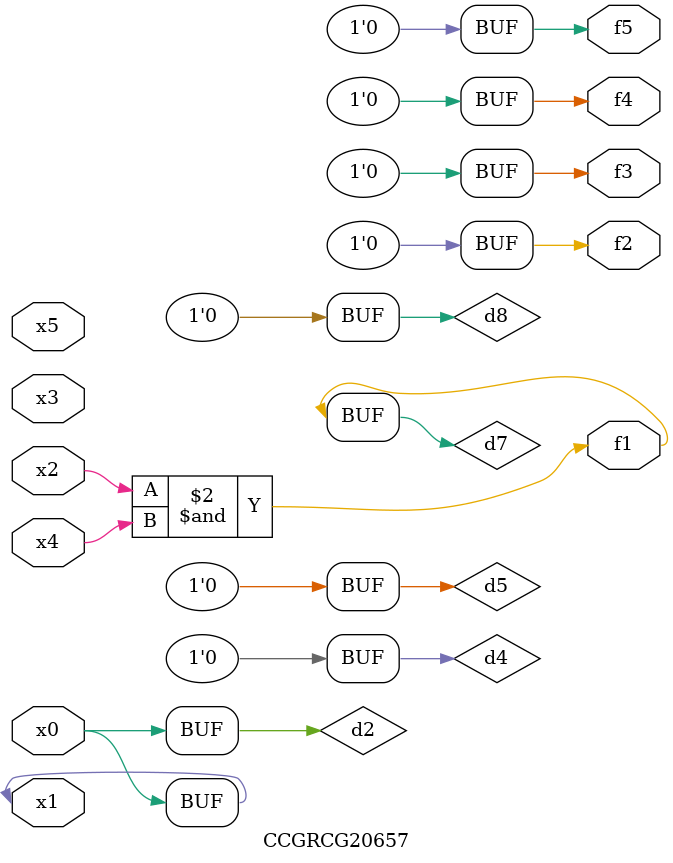
<source format=v>
module CCGRCG20657(
	input x0, x1, x2, x3, x4, x5,
	output f1, f2, f3, f4, f5
);

	wire d1, d2, d3, d4, d5, d6, d7, d8, d9;

	nand (d1, x1);
	buf (d2, x0, x1);
	nand (d3, x2, x4);
	and (d4, d1, d2);
	and (d5, d1, d2);
	nand (d6, d1, d3);
	not (d7, d3);
	xor (d8, d5);
	nor (d9, d5, d6);
	assign f1 = d7;
	assign f2 = d8;
	assign f3 = d8;
	assign f4 = d8;
	assign f5 = d8;
endmodule

</source>
